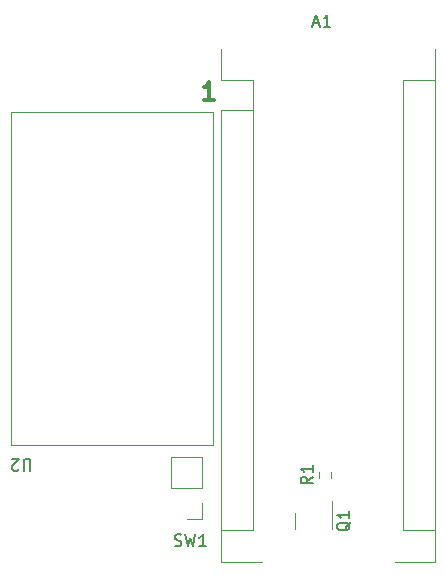
<source format=gbr>
%TF.GenerationSoftware,KiCad,Pcbnew,(5.99.0-10431-gb63c482347)*%
%TF.CreationDate,2021-11-02T14:19:32+01:00*%
%TF.ProjectId,boitarire,626f6974-6172-4697-9265-2e6b69636164,rev?*%
%TF.SameCoordinates,Original*%
%TF.FileFunction,Legend,Top*%
%TF.FilePolarity,Positive*%
%FSLAX46Y46*%
G04 Gerber Fmt 4.6, Leading zero omitted, Abs format (unit mm)*
G04 Created by KiCad (PCBNEW (5.99.0-10431-gb63c482347)) date 2021-11-02 14:19:32*
%MOMM*%
%LPD*%
G01*
G04 APERTURE LIST*
%ADD10C,0.300000*%
%ADD11C,0.150000*%
%ADD12C,0.120000*%
G04 APERTURE END LIST*
D10*
X160128571Y-50178571D02*
X159271428Y-50178571D01*
X159700000Y-50178571D02*
X159700000Y-48678571D01*
X159557142Y-48892857D01*
X159414285Y-49035714D01*
X159271428Y-49107142D01*
D11*
%TO.C,U2*%
X144561904Y-81547619D02*
X144561904Y-80738095D01*
X144514285Y-80642857D01*
X144466666Y-80595238D01*
X144371428Y-80547619D01*
X144180952Y-80547619D01*
X144085714Y-80595238D01*
X144038095Y-80642857D01*
X143990476Y-80738095D01*
X143990476Y-81547619D01*
X143561904Y-81452380D02*
X143514285Y-81500000D01*
X143419047Y-81547619D01*
X143180952Y-81547619D01*
X143085714Y-81500000D01*
X143038095Y-81452380D01*
X142990476Y-81357142D01*
X142990476Y-81261904D01*
X143038095Y-81119047D01*
X143609523Y-80547619D01*
X142990476Y-80547619D01*
%TO.C,R1*%
X168452380Y-82066666D02*
X167976190Y-82400000D01*
X168452380Y-82638095D02*
X167452380Y-82638095D01*
X167452380Y-82257142D01*
X167500000Y-82161904D01*
X167547619Y-82114285D01*
X167642857Y-82066666D01*
X167785714Y-82066666D01*
X167880952Y-82114285D01*
X167928571Y-82161904D01*
X167976190Y-82257142D01*
X167976190Y-82638095D01*
X168452380Y-81114285D02*
X168452380Y-81685714D01*
X168452380Y-81400000D02*
X167452380Y-81400000D01*
X167595238Y-81495238D01*
X167690476Y-81590476D01*
X167738095Y-81685714D01*
%TO.C,Q1*%
X171647619Y-85895238D02*
X171600000Y-85990476D01*
X171504761Y-86085714D01*
X171361904Y-86228571D01*
X171314285Y-86323809D01*
X171314285Y-86419047D01*
X171552380Y-86371428D02*
X171504761Y-86466666D01*
X171409523Y-86561904D01*
X171219047Y-86609523D01*
X170885714Y-86609523D01*
X170695238Y-86561904D01*
X170600000Y-86466666D01*
X170552380Y-86371428D01*
X170552380Y-86180952D01*
X170600000Y-86085714D01*
X170695238Y-85990476D01*
X170885714Y-85942857D01*
X171219047Y-85942857D01*
X171409523Y-85990476D01*
X171504761Y-86085714D01*
X171552380Y-86180952D01*
X171552380Y-86371428D01*
X171552380Y-84990476D02*
X171552380Y-85561904D01*
X171552380Y-85276190D02*
X170552380Y-85276190D01*
X170695238Y-85371428D01*
X170790476Y-85466666D01*
X170838095Y-85561904D01*
%TO.C,SW1*%
X156766666Y-87904761D02*
X156909523Y-87952380D01*
X157147619Y-87952380D01*
X157242857Y-87904761D01*
X157290476Y-87857142D01*
X157338095Y-87761904D01*
X157338095Y-87666666D01*
X157290476Y-87571428D01*
X157242857Y-87523809D01*
X157147619Y-87476190D01*
X156957142Y-87428571D01*
X156861904Y-87380952D01*
X156814285Y-87333333D01*
X156766666Y-87238095D01*
X156766666Y-87142857D01*
X156814285Y-87047619D01*
X156861904Y-87000000D01*
X156957142Y-86952380D01*
X157195238Y-86952380D01*
X157338095Y-87000000D01*
X157671428Y-86952380D02*
X157909523Y-87952380D01*
X158100000Y-87238095D01*
X158290476Y-87952380D01*
X158528571Y-86952380D01*
X159433333Y-87952380D02*
X158861904Y-87952380D01*
X159147619Y-87952380D02*
X159147619Y-86952380D01*
X159052380Y-87095238D01*
X158957142Y-87190476D01*
X158861904Y-87238095D01*
%TO.C,A1*%
X168535714Y-43666666D02*
X169011904Y-43666666D01*
X168440476Y-43952380D02*
X168773809Y-42952380D01*
X169107142Y-43952380D01*
X169964285Y-43952380D02*
X169392857Y-43952380D01*
X169678571Y-43952380D02*
X169678571Y-42952380D01*
X169583333Y-43095238D01*
X169488095Y-43190476D01*
X169392857Y-43238095D01*
D12*
%TO.C,U2*%
X160050000Y-79350000D02*
X142950000Y-79350000D01*
X142950000Y-79350000D02*
X142950000Y-51150000D01*
X142950000Y-51150000D02*
X160050000Y-51150000D01*
X160050000Y-51150000D02*
X160050000Y-79350000D01*
%TO.C,R1*%
X168977500Y-81645276D02*
X168977500Y-82154724D01*
X170022500Y-81645276D02*
X170022500Y-82154724D01*
%TO.C,Q1*%
X166940000Y-85800000D02*
X166940000Y-85150000D01*
X166940000Y-85800000D02*
X166940000Y-86450000D01*
X170060000Y-85800000D02*
X170060000Y-84125000D01*
X170060000Y-85800000D02*
X170060000Y-86450000D01*
%TO.C,SW1*%
X159130000Y-83030000D02*
X156470000Y-83030000D01*
X159130000Y-80430000D02*
X156470000Y-80430000D01*
X159130000Y-84300000D02*
X159130000Y-85630000D01*
X156470000Y-83030000D02*
X156470000Y-80430000D01*
X159130000Y-85630000D02*
X157800000Y-85630000D01*
X159130000Y-83030000D02*
X159130000Y-80430000D01*
%TO.C,A1*%
X160740000Y-45810000D02*
X160740000Y-48480000D01*
X163410000Y-51020000D02*
X163410000Y-86580000D01*
X163410000Y-51020000D02*
X163410000Y-48480000D01*
X163410000Y-48480000D02*
X160740000Y-48480000D01*
X178780000Y-89250000D02*
X178780000Y-45810000D01*
X176110000Y-48480000D02*
X178780000Y-48480000D01*
X160740000Y-51020000D02*
X160740000Y-89250000D01*
X163410000Y-51020000D02*
X160740000Y-51020000D01*
X176110000Y-48480000D02*
X176110000Y-86580000D01*
X176110000Y-86580000D02*
X178780000Y-86580000D01*
X175440000Y-89250000D02*
X178780000Y-89250000D01*
X163410000Y-86580000D02*
X160740000Y-86580000D01*
X160740000Y-89250000D02*
X164140000Y-89250000D01*
%TD*%
M02*

</source>
